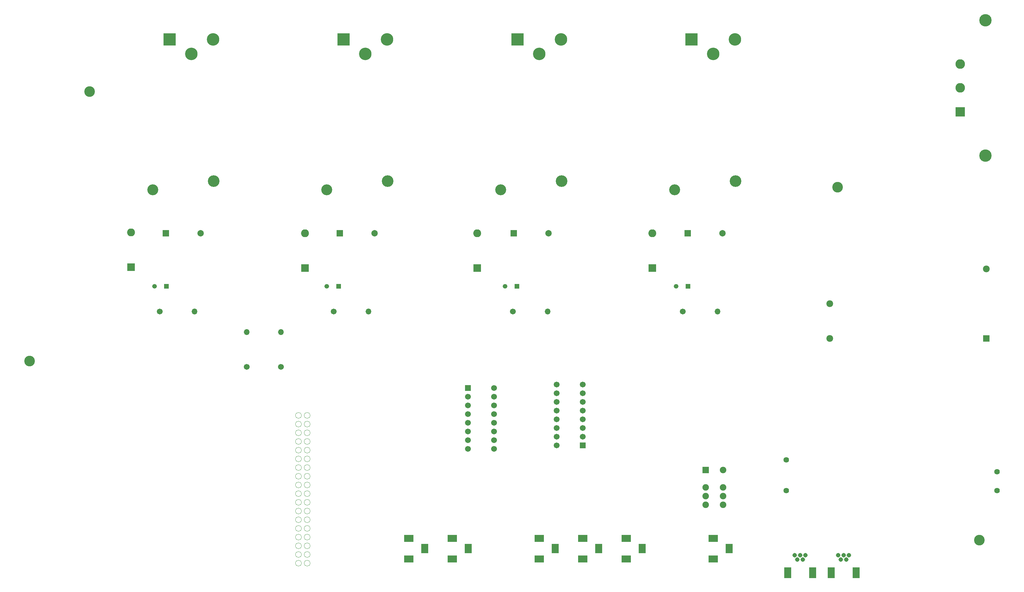
<source format=gts>
G04 #@! TF.GenerationSoftware,KiCad,Pcbnew,5.1.5-52549c5~84~ubuntu18.04.1*
G04 #@! TF.CreationDate,2020-02-29T20:18:47-05:00*
G04 #@! TF.ProjectId,cropdroid-reservoir,63726f70-6472-46f6-9964-2d7265736572,0.6a*
G04 #@! TF.SameCoordinates,Original*
G04 #@! TF.FileFunction,Soldermask,Top*
G04 #@! TF.FilePolarity,Negative*
%FSLAX46Y46*%
G04 Gerber Fmt 4.6, Leading zero omitted, Abs format (unit mm)*
G04 Created by KiCad (PCBNEW 5.1.5-52549c5~84~ubuntu18.04.1) date 2020-02-29 20:18:47*
%MOMM*%
%LPD*%
G04 APERTURE LIST*
%ADD10C,0.010000*%
%ADD11C,0.100000*%
%ADD12C,3.101600*%
%ADD13C,0.801600*%
%ADD14C,1.309600*%
%ADD15C,1.625600*%
%ADD16C,1.982600*%
%ADD17R,1.982600X1.982600*%
%ADD18O,1.701600X1.701600*%
%ADD19C,1.701600*%
%ADD20C,1.331600*%
%ADD21R,1.331600X1.331600*%
%ADD22C,3.391600*%
%ADD23C,3.191600*%
%ADD24R,1.861600X1.861600*%
%ADD25C,1.861600*%
%ADD26C,3.657600*%
%ADD27R,3.657600X3.657600*%
%ADD28R,1.701600X1.701600*%
%ADD29C,3.601600*%
%ADD30R,2.801600X2.801600*%
%ADD31C,2.801600*%
%ADD32R,2.701600X2.101600*%
%ADD33R,2.101600X2.701600*%
%ADD34O,2.301600X2.301600*%
%ADD35R,2.301600X2.301600*%
%ADD36R,1.901600X1.901600*%
%ADD37C,1.901600*%
G04 APERTURE END LIST*
D10*
G36*
X322100000Y-210537800D02*
G01*
X322100000Y-213640000D01*
X320203830Y-213640000D01*
X320203830Y-210537800D01*
X322100000Y-210537800D01*
G37*
X322100000Y-210537800D02*
X322100000Y-213640000D01*
X320203830Y-213640000D01*
X320203830Y-210537800D01*
X322100000Y-210537800D01*
G36*
X314800000Y-210538810D02*
G01*
X314800000Y-213640000D01*
X312896480Y-213640000D01*
X312896480Y-210538810D01*
X314800000Y-210538810D01*
G37*
X314800000Y-210538810D02*
X314800000Y-213640000D01*
X312896480Y-213640000D01*
X312896480Y-210538810D01*
X314800000Y-210538810D01*
G36*
X314800000Y-210537050D02*
G01*
X314800000Y-213640000D01*
X312891240Y-213640000D01*
X312891240Y-210537050D01*
X314800000Y-210537050D01*
G37*
X314800000Y-210537050D02*
X314800000Y-213640000D01*
X312891240Y-213640000D01*
X312891240Y-210537050D01*
X314800000Y-210537050D01*
G36*
X309400000Y-210537800D02*
G01*
X309400000Y-213640000D01*
X307503830Y-213640000D01*
X307503830Y-210537800D01*
X309400000Y-210537800D01*
G37*
X309400000Y-210537800D02*
X309400000Y-213640000D01*
X307503830Y-213640000D01*
X307503830Y-210537800D01*
X309400000Y-210537800D01*
G36*
X302100000Y-210538810D02*
G01*
X302100000Y-213640000D01*
X300196480Y-213640000D01*
X300196480Y-210538810D01*
X302100000Y-210538810D01*
G37*
X302100000Y-210538810D02*
X302100000Y-213640000D01*
X300196480Y-213640000D01*
X300196480Y-210538810D01*
X302100000Y-210538810D01*
G36*
X302100000Y-210537050D02*
G01*
X302100000Y-213640000D01*
X300191240Y-213640000D01*
X300191240Y-210537050D01*
X302100000Y-210537050D01*
G37*
X302100000Y-210537050D02*
X302100000Y-213640000D01*
X300191240Y-213640000D01*
X300191240Y-210537050D01*
X302100000Y-210537050D01*
D11*
X161719184Y-209346800D02*
G75*
G03X161719184Y-209346800I-860984J0D01*
G01*
X159179184Y-209346800D02*
G75*
G03X159179184Y-209346800I-860984J0D01*
G01*
X161719184Y-206806800D02*
G75*
G03X161719184Y-206806800I-860984J0D01*
G01*
X159179184Y-206806800D02*
G75*
G03X159179184Y-206806800I-860984J0D01*
G01*
X161719184Y-204266800D02*
G75*
G03X161719184Y-204266800I-860984J0D01*
G01*
X159179184Y-204266800D02*
G75*
G03X159179184Y-204266800I-860984J0D01*
G01*
X161719184Y-201726800D02*
G75*
G03X161719184Y-201726800I-860984J0D01*
G01*
X159179184Y-201726800D02*
G75*
G03X159179184Y-201726800I-860984J0D01*
G01*
X161719184Y-199186800D02*
G75*
G03X161719184Y-199186800I-860984J0D01*
G01*
X159179184Y-199186800D02*
G75*
G03X159179184Y-199186800I-860984J0D01*
G01*
X161719184Y-196646800D02*
G75*
G03X161719184Y-196646800I-860984J0D01*
G01*
X159179184Y-196646800D02*
G75*
G03X159179184Y-196646800I-860984J0D01*
G01*
X161719184Y-194106800D02*
G75*
G03X161719184Y-194106800I-860984J0D01*
G01*
X159179184Y-194106800D02*
G75*
G03X159179184Y-194106800I-860984J0D01*
G01*
X161719184Y-191566800D02*
G75*
G03X161719184Y-191566800I-860984J0D01*
G01*
X159179184Y-191566800D02*
G75*
G03X159179184Y-191566800I-860984J0D01*
G01*
X161719184Y-189026800D02*
G75*
G03X161719184Y-189026800I-860984J0D01*
G01*
X159179184Y-189026800D02*
G75*
G03X159179184Y-189026800I-860984J0D01*
G01*
X161719184Y-186486800D02*
G75*
G03X161719184Y-186486800I-860984J0D01*
G01*
X159179184Y-186486800D02*
G75*
G03X159179184Y-186486800I-860984J0D01*
G01*
X161719184Y-183946800D02*
G75*
G03X161719184Y-183946800I-860984J0D01*
G01*
X159179184Y-183946800D02*
G75*
G03X159179184Y-183946800I-860984J0D01*
G01*
X161719184Y-181406800D02*
G75*
G03X161719184Y-181406800I-860984J0D01*
G01*
X159179184Y-181406800D02*
G75*
G03X159179184Y-181406800I-860984J0D01*
G01*
X161719184Y-178866800D02*
G75*
G03X161719184Y-178866800I-860984J0D01*
G01*
X159179184Y-178866800D02*
G75*
G03X159179184Y-178866800I-860984J0D01*
G01*
X161719184Y-176326800D02*
G75*
G03X161719184Y-176326800I-860984J0D01*
G01*
X159179184Y-176326800D02*
G75*
G03X159179184Y-176326800I-860984J0D01*
G01*
X161719184Y-173786800D02*
G75*
G03X161719184Y-173786800I-860984J0D01*
G01*
X159179184Y-173786800D02*
G75*
G03X159179184Y-173786800I-860984J0D01*
G01*
X161719184Y-171246800D02*
G75*
G03X161719184Y-171246800I-860984J0D01*
G01*
X159179184Y-171246800D02*
G75*
G03X159179184Y-171246800I-860984J0D01*
G01*
X161719184Y-168706800D02*
G75*
G03X161719184Y-168706800I-860984J0D01*
G01*
X159179184Y-168706800D02*
G75*
G03X159179184Y-168706800I-860984J0D01*
G01*
X161719184Y-166166800D02*
G75*
G03X161719184Y-166166800I-860984J0D01*
G01*
X159179184Y-166166800D02*
G75*
G03X159179184Y-166166800I-860984J0D01*
G01*
D12*
X357200200Y-202615800D03*
X315798200Y-99491800D03*
X79832200Y-150291800D03*
X97358200Y-71551800D03*
D13*
X313850000Y-212090000D03*
X321150000Y-212090000D03*
D14*
X315900000Y-207040000D03*
X318300000Y-208240000D03*
X316700000Y-208240000D03*
X319100000Y-207040000D03*
X317500000Y-207040000D03*
D13*
X301150000Y-212090000D03*
X308450000Y-212090000D03*
D14*
X303200000Y-207040000D03*
X305600000Y-208240000D03*
X304000000Y-208240000D03*
X306400000Y-207040000D03*
X304800000Y-207040000D03*
D15*
X362288200Y-182651800D03*
X362288200Y-188151800D03*
X300788200Y-179151800D03*
X300788200Y-188151800D03*
D16*
X313512200Y-133527800D03*
X313512200Y-143687800D03*
X359232200Y-123367800D03*
D17*
X359232200Y-143687800D03*
D18*
X231076500Y-135826500D03*
D19*
X220916500Y-135826500D03*
D20*
X218658500Y-128460500D03*
D21*
X222158500Y-128460500D03*
D22*
X235140500Y-97726500D03*
D23*
X217360500Y-100266500D03*
D24*
X221170500Y-112966500D03*
D25*
X231330500Y-112966500D03*
D22*
X133540500Y-97726500D03*
D23*
X115760500Y-100266500D03*
D24*
X119570500Y-112966500D03*
D25*
X129730500Y-112966500D03*
D26*
X127000000Y-60530000D03*
X133350000Y-56340000D03*
D27*
X120650000Y-56340000D03*
D18*
X153238200Y-141782800D03*
D19*
X153238200Y-151942800D03*
X215468200Y-175945800D03*
X207848200Y-175945800D03*
X215468200Y-158165800D03*
X215468200Y-160705800D03*
X215468200Y-163245800D03*
X215468200Y-165785800D03*
X215468200Y-168325800D03*
X215468200Y-170865800D03*
X215468200Y-173405800D03*
X207848200Y-173405800D03*
X207848200Y-170865800D03*
X207848200Y-168325800D03*
X207848200Y-165785800D03*
X207848200Y-163245800D03*
X207848200Y-160705800D03*
D28*
X207848200Y-158165800D03*
D29*
X358912200Y-90220000D03*
X358912200Y-50720000D03*
D30*
X351612200Y-77470000D03*
D31*
X351612200Y-70470000D03*
X351612200Y-63470000D03*
D32*
X279400000Y-208105000D03*
X279400000Y-202105000D03*
D33*
X284100000Y-205105000D03*
D32*
X254000000Y-208105000D03*
X254000000Y-202105000D03*
D33*
X258700000Y-205105000D03*
D32*
X241300000Y-208105000D03*
X241300000Y-202105000D03*
D33*
X246000000Y-205105000D03*
D32*
X228600000Y-208105000D03*
X228600000Y-202105000D03*
D33*
X233300000Y-205105000D03*
D32*
X203200000Y-208105000D03*
X203200000Y-202105000D03*
D33*
X207900000Y-205105000D03*
D32*
X190500000Y-208105000D03*
X190500000Y-202105000D03*
D33*
X195200000Y-205105000D03*
D26*
X177800000Y-60530000D03*
X184150000Y-56340000D03*
D27*
X171450000Y-56340000D03*
D18*
X280746200Y-135813800D03*
D19*
X270586200Y-135813800D03*
X233756200Y-157149800D03*
X241376200Y-157149800D03*
X233756200Y-174929800D03*
X233756200Y-172389800D03*
X233756200Y-169849800D03*
X233756200Y-167309800D03*
X233756200Y-164769800D03*
X233756200Y-162229800D03*
X233756200Y-159689800D03*
X241376200Y-159689800D03*
X241376200Y-162229800D03*
X241376200Y-164769800D03*
X241376200Y-167309800D03*
X241376200Y-169849800D03*
X241376200Y-172389800D03*
D28*
X241376200Y-174929800D03*
D22*
X285940500Y-97726500D03*
D23*
X268160500Y-100266500D03*
D24*
X271970500Y-112966500D03*
D25*
X282130500Y-112966500D03*
D26*
X279400000Y-60530000D03*
X285750000Y-56340000D03*
D27*
X273050000Y-56340000D03*
D20*
X268582200Y-128447800D03*
D21*
X272082200Y-128447800D03*
D34*
X261696200Y-112953800D03*
D35*
X261696200Y-123113800D03*
D18*
X178752500Y-135826500D03*
D19*
X168592500Y-135826500D03*
D20*
X116296500Y-128460500D03*
D21*
X119796500Y-128460500D03*
D18*
X127952500Y-135826500D03*
D19*
X117792500Y-135826500D03*
D20*
X166588500Y-128460500D03*
D21*
X170088500Y-128460500D03*
D36*
X277241000Y-182118000D03*
D37*
X277241000Y-187198000D03*
X277241000Y-189738000D03*
X277241000Y-192278000D03*
X282321000Y-192278000D03*
X282321000Y-189738000D03*
X282321000Y-187198000D03*
X282321000Y-182118000D03*
D18*
X143205200Y-141782800D03*
D19*
X143205200Y-151942800D03*
D22*
X184340500Y-97726500D03*
D23*
X166560500Y-100266500D03*
D24*
X170370500Y-112966500D03*
D25*
X180530500Y-112966500D03*
D26*
X228600000Y-60530000D03*
X234950000Y-56340000D03*
D27*
X222250000Y-56340000D03*
D34*
X210502500Y-112966500D03*
D35*
X210502500Y-123126500D03*
D34*
X160210500Y-112966500D03*
D35*
X160210500Y-123126500D03*
D34*
X109410500Y-112712500D03*
D35*
X109410500Y-122872500D03*
M02*

</source>
